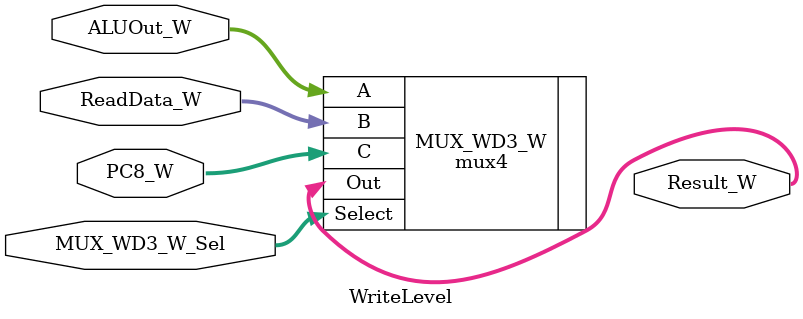
<source format=v>
`timescale 1ns / 1ps
module WriteLevel(MUX_WD3_W_Sel, ReadData_W, ALUOut_W, PC8_W,
										Result_W);
		input [1:0] MUX_WD3_W_Sel;
		input [31:0] ReadData_W, ALUOut_W, PC8_W;
		output [31:0] Result_W;
	
		mux4
					#(
						.width(32)
					)
					MUX_WD3_W(
							.A(ALUOut_W),
							.B(ReadData_W),
							.C(PC8_W),
							.Select(MUX_WD3_W_Sel),
							
							.Out(Result_W)
					);
			

endmodule

</source>
